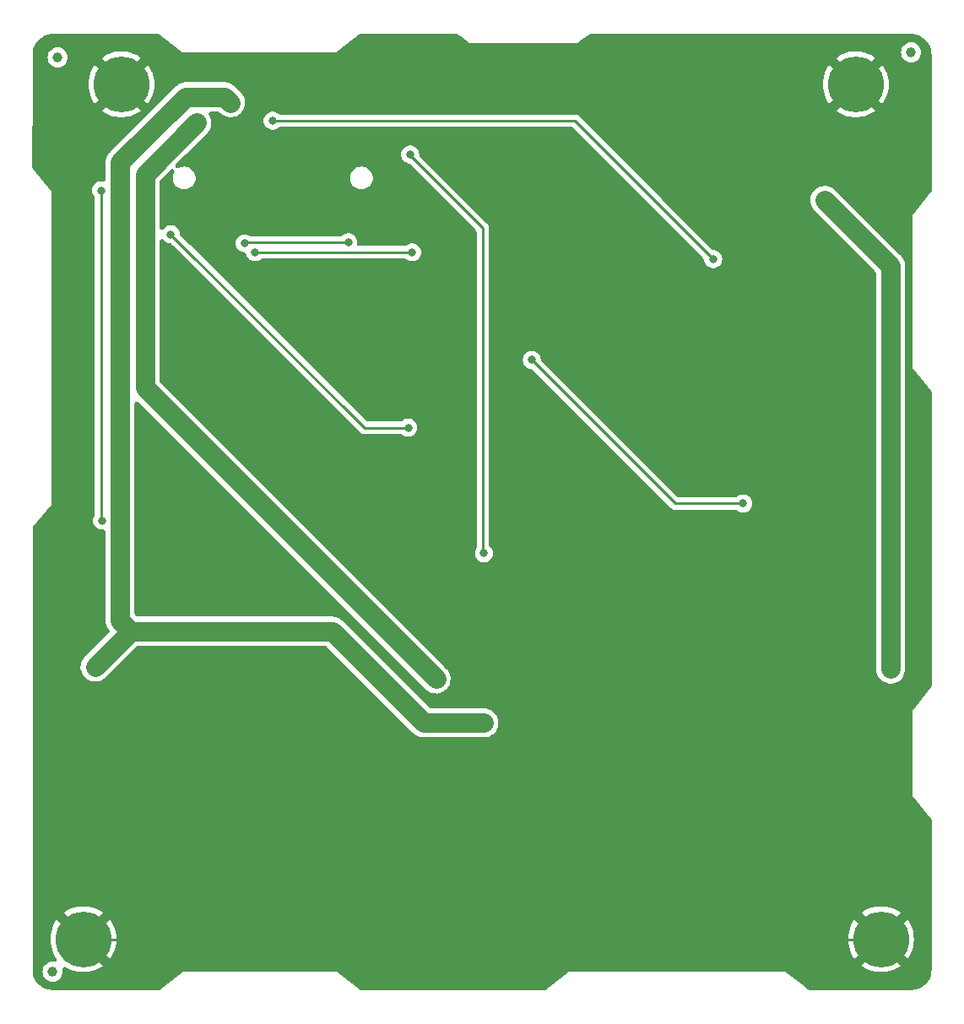
<source format=gbl>
%TF.GenerationSoftware,KiCad,Pcbnew,7.0.8*%
%TF.CreationDate,2024-04-09T22:44:40-07:00*%
%TF.ProjectId,MPPT_addon_board,4d505054-5f61-4646-946f-6e5f626f6172,rev?*%
%TF.SameCoordinates,Original*%
%TF.FileFunction,Copper,L2,Bot*%
%TF.FilePolarity,Positive*%
%FSLAX46Y46*%
G04 Gerber Fmt 4.6, Leading zero omitted, Abs format (unit mm)*
G04 Created by KiCad (PCBNEW 7.0.8) date 2024-04-09 22:44:40*
%MOMM*%
%LPD*%
G01*
G04 APERTURE LIST*
%TA.AperFunction,ComponentPad*%
%ADD10C,5.600000*%
%TD*%
%TA.AperFunction,SMDPad,CuDef*%
%ADD11C,1.000000*%
%TD*%
%TA.AperFunction,ViaPad*%
%ADD12C,0.800000*%
%TD*%
%TA.AperFunction,Conductor*%
%ADD13C,0.250000*%
%TD*%
%TA.AperFunction,Conductor*%
%ADD14C,1.905000*%
%TD*%
G04 APERTURE END LIST*
D10*
X107236100Y-57564100D03*
X103426100Y-143294100D03*
X183426100Y-143294100D03*
X180896100Y-57564100D03*
D11*
X186436000Y-54356000D03*
X100838000Y-54864000D03*
X100330000Y-146558000D03*
D12*
X159800000Y-127400000D03*
X159800000Y-118600000D03*
X159800000Y-125200000D03*
X115400000Y-123000000D03*
X130900000Y-97300000D03*
X158275000Y-81675000D03*
X127200000Y-129700000D03*
X168000000Y-118600000D03*
X127200000Y-118600000D03*
X163800000Y-132300000D03*
X121400000Y-118600000D03*
X171600000Y-118600000D03*
X119400000Y-132300000D03*
X159800000Y-123000000D03*
X159800000Y-132300000D03*
X115400000Y-129700000D03*
X159800000Y-120600000D03*
X115400000Y-127400000D03*
X123600000Y-118600000D03*
X171600000Y-125200000D03*
X171600000Y-129700000D03*
X128200000Y-95200000D03*
X127200000Y-127400000D03*
X119400000Y-118600000D03*
X117300000Y-118600000D03*
X171600000Y-81200000D03*
X125500000Y-132300000D03*
X115400000Y-118600000D03*
X161700000Y-132300000D03*
X171600000Y-127400000D03*
X169900000Y-132300000D03*
X159800000Y-129700000D03*
X115800000Y-81900000D03*
X115400000Y-120600000D03*
X165800000Y-132300000D03*
X161700000Y-118600000D03*
X115400000Y-125200000D03*
X127200000Y-125200000D03*
X165800000Y-118600000D03*
X123600000Y-132300000D03*
X115400000Y-132300000D03*
X171600000Y-120600000D03*
X169900000Y-118600000D03*
X127200000Y-132300000D03*
X129000000Y-81500000D03*
X163800000Y-118600000D03*
X125500000Y-118600000D03*
X127200000Y-120600000D03*
X115800000Y-85500000D03*
X127200000Y-123000000D03*
X168000000Y-132300000D03*
X171600000Y-132300000D03*
X121400000Y-132300000D03*
X117300000Y-132300000D03*
X171600000Y-123000000D03*
X129000000Y-85600000D03*
X120650000Y-74400000D03*
X136400000Y-74400000D03*
X122400000Y-61200000D03*
X166600000Y-75100000D03*
X130000000Y-73400000D03*
X119600000Y-73500500D03*
X136000000Y-92000000D03*
X112200000Y-72600000D03*
X105300000Y-101300000D03*
X105200000Y-68200000D03*
X143600000Y-121600000D03*
X118200000Y-59400000D03*
X104600000Y-116000000D03*
X184400000Y-116200000D03*
X177800000Y-69000000D03*
X148400000Y-85200000D03*
X169600000Y-99600000D03*
X143600000Y-104600000D03*
X136200000Y-64600000D03*
X138800000Y-117200000D03*
X114800000Y-61400000D03*
D13*
X105300000Y-101300000D02*
X105200000Y-101200000D01*
X105200000Y-101200000D02*
X105200000Y-68200000D01*
X103426100Y-143294100D02*
X183426100Y-143294100D01*
X158275000Y-81675000D02*
X158100000Y-81850000D01*
X120650000Y-74400000D02*
X136200000Y-74400000D01*
X136200000Y-74400000D02*
X136400000Y-74400000D01*
X152700000Y-61200000D02*
X166600000Y-75100000D01*
X122400000Y-61200000D02*
X152700000Y-61200000D01*
X119700500Y-73400000D02*
X130000000Y-73400000D01*
X119600000Y-73500500D02*
X119700500Y-73400000D01*
X112200000Y-72600000D02*
X131600000Y-92000000D01*
X131600000Y-92000000D02*
X136000000Y-92000000D01*
D14*
X107100000Y-111300000D02*
X107100000Y-65400000D01*
X137600000Y-121600000D02*
X128400000Y-112400000D01*
X143600000Y-121600000D02*
X137600000Y-121600000D01*
X128400000Y-112400000D02*
X108200000Y-112400000D01*
X107100000Y-65400000D02*
X113700000Y-58800000D01*
X117600000Y-58800000D02*
X118200000Y-59400000D01*
X108200000Y-112400000D02*
X107100000Y-111300000D01*
X104600000Y-116000000D02*
X108200000Y-112400000D01*
X113700000Y-58800000D02*
X117600000Y-58800000D01*
X184400000Y-75800000D02*
X177800000Y-69200000D01*
X184400000Y-116200000D02*
X184400000Y-75800000D01*
D13*
X177800000Y-69200000D02*
X177800000Y-69000000D01*
X169600000Y-99600000D02*
X162800000Y-99600000D01*
X162800000Y-99600000D02*
X148400000Y-85200000D01*
X143600000Y-104600000D02*
X143500000Y-104500000D01*
X136200000Y-64700000D02*
X136200000Y-64600000D01*
X143500000Y-104500000D02*
X143500000Y-72000000D01*
X143500000Y-72000000D02*
X136200000Y-64700000D01*
D14*
X109600000Y-88000000D02*
X109600000Y-66600000D01*
X109600000Y-88000000D02*
X138800000Y-117200000D01*
X114800000Y-61400000D02*
X109600000Y-66600000D01*
%TA.AperFunction,Conductor*%
G36*
X140840058Y-52507296D02*
G01*
X140935308Y-52526436D01*
X140982684Y-52552532D01*
X141299887Y-52775317D01*
X142179541Y-53393135D01*
X142180369Y-53393716D01*
X142192630Y-53404026D01*
X142198159Y-53406285D01*
X142198497Y-53406436D01*
X142198909Y-53406518D01*
X142204707Y-53407832D01*
X142220625Y-53406446D01*
X152971770Y-53406446D01*
X152987557Y-53407815D01*
X152993142Y-53406570D01*
X152993740Y-53406446D01*
X152993749Y-53406446D01*
X152993756Y-53406442D01*
X152993803Y-53406433D01*
X152993847Y-53406413D01*
X152993856Y-53406412D01*
X152993863Y-53406406D01*
X152994235Y-53406245D01*
X153000044Y-53403872D01*
X153012553Y-53393323D01*
X153160559Y-53289719D01*
X154199544Y-52562429D01*
X154288473Y-52523315D01*
X154342249Y-52517420D01*
X186489570Y-52507451D01*
X186497706Y-52507715D01*
X186577422Y-52512938D01*
X186755200Y-52525650D01*
X186770597Y-52527724D01*
X186883093Y-52550098D01*
X187023852Y-52580716D01*
X187037400Y-52584476D01*
X187153098Y-52623749D01*
X187282437Y-52671988D01*
X187293980Y-52676972D01*
X187406614Y-52732515D01*
X187526120Y-52797769D01*
X187535627Y-52803525D01*
X187638929Y-52872548D01*
X187644352Y-52876387D01*
X187695280Y-52914510D01*
X187750372Y-52955751D01*
X187757832Y-52961800D01*
X187851613Y-53044042D01*
X187857561Y-53049613D01*
X187950985Y-53143037D01*
X187956556Y-53148985D01*
X188038794Y-53242761D01*
X188044854Y-53250235D01*
X188124211Y-53356246D01*
X188128063Y-53361688D01*
X188197073Y-53464970D01*
X188202829Y-53474478D01*
X188268084Y-53593985D01*
X188323626Y-53706619D01*
X188328618Y-53718182D01*
X188376852Y-53847505D01*
X188416120Y-53963194D01*
X188419884Y-53976758D01*
X188450507Y-54117538D01*
X188472872Y-54229987D01*
X188474949Y-54245409D01*
X188487671Y-54423327D01*
X188492883Y-54502879D01*
X188493150Y-54511021D01*
X188493150Y-54609978D01*
X188493245Y-54610455D01*
X188505768Y-68205031D01*
X188486902Y-68300336D01*
X188450792Y-68361323D01*
X186630697Y-70624142D01*
X186626373Y-70628977D01*
X186625934Y-70629924D01*
X186625871Y-70630181D01*
X186626250Y-70637082D01*
X186626250Y-86066056D01*
X186625894Y-86072798D01*
X186626021Y-86073317D01*
X186626269Y-86073847D01*
X186630867Y-86078967D01*
X187750609Y-87471078D01*
X188450874Y-88341676D01*
X188495828Y-88427805D01*
X188505850Y-88497739D01*
X188505850Y-117887559D01*
X188486896Y-117982847D01*
X188450874Y-118043622D01*
X186630697Y-120306542D01*
X186626373Y-120311377D01*
X186625934Y-120312324D01*
X186625871Y-120312581D01*
X186626250Y-120319482D01*
X186626250Y-128992056D01*
X186625894Y-128998798D01*
X186626021Y-128999317D01*
X186626268Y-128999846D01*
X186630859Y-129004957D01*
X187694413Y-130327213D01*
X188450798Y-131267584D01*
X188495752Y-131353714D01*
X188505774Y-131423857D01*
X188493237Y-146288433D01*
X188493150Y-146288868D01*
X188493150Y-146387878D01*
X188492883Y-146396020D01*
X188487671Y-146475572D01*
X188474949Y-146653489D01*
X188472872Y-146668911D01*
X188450507Y-146781361D01*
X188419884Y-146922140D01*
X188416120Y-146935704D01*
X188376852Y-147051394D01*
X188328618Y-147180716D01*
X188323626Y-147192279D01*
X188268084Y-147304914D01*
X188202829Y-147424421D01*
X188197073Y-147433928D01*
X188128063Y-147537210D01*
X188124211Y-147542652D01*
X188044854Y-147648663D01*
X188038788Y-147656145D01*
X187956556Y-147749913D01*
X187950985Y-147755861D01*
X187857561Y-147849285D01*
X187851613Y-147854856D01*
X187757845Y-147937088D01*
X187750363Y-147943154D01*
X187644352Y-148022511D01*
X187638910Y-148026363D01*
X187535628Y-148095373D01*
X187526121Y-148101129D01*
X187406614Y-148166384D01*
X187293979Y-148221926D01*
X187282416Y-148226918D01*
X187153094Y-148275152D01*
X187037404Y-148314420D01*
X187023840Y-148318184D01*
X186883061Y-148348807D01*
X186770611Y-148371172D01*
X186755189Y-148373249D01*
X186577272Y-148385971D01*
X186497720Y-148391183D01*
X186489578Y-148391450D01*
X176274415Y-148391450D01*
X176179127Y-148372496D01*
X176119776Y-148337611D01*
X176060143Y-148290360D01*
X175821327Y-148101129D01*
X173837868Y-146529497D01*
X173832432Y-146524637D01*
X173831913Y-146524395D01*
X173831856Y-146524375D01*
X173830911Y-146524148D01*
X173823907Y-146524550D01*
X152106475Y-146524550D01*
X152099638Y-146524182D01*
X152099087Y-146524376D01*
X152098509Y-146524645D01*
X152093642Y-146528997D01*
X150506236Y-147805825D01*
X149830853Y-148349069D01*
X149830722Y-148349174D01*
X149744593Y-148394128D01*
X149674659Y-148404150D01*
X131291840Y-148404150D01*
X131196552Y-148385196D01*
X131135777Y-148349174D01*
X128873057Y-146529159D01*
X128867946Y-146524568D01*
X128867469Y-146524345D01*
X128866835Y-146524190D01*
X128860100Y-146524550D01*
X113431075Y-146524550D01*
X113424238Y-146524182D01*
X113423687Y-146524376D01*
X113423109Y-146524645D01*
X113418242Y-146528997D01*
X111155450Y-148349069D01*
X111069321Y-148394023D01*
X110999093Y-148404045D01*
X100327639Y-148391454D01*
X100319659Y-148391188D01*
X100240027Y-148385971D01*
X100062109Y-148373249D01*
X100046687Y-148371172D01*
X99934238Y-148348807D01*
X99793458Y-148318184D01*
X99779894Y-148314420D01*
X99664211Y-148275154D01*
X99640611Y-148266352D01*
X99534882Y-148226918D01*
X99523319Y-148221926D01*
X99410685Y-148166384D01*
X99291178Y-148101129D01*
X99281670Y-148095373D01*
X99178388Y-148026363D01*
X99172946Y-148022511D01*
X99066935Y-147943154D01*
X99059461Y-147937094D01*
X98965685Y-147854856D01*
X98959737Y-147849285D01*
X98866313Y-147755861D01*
X98860742Y-147749913D01*
X98829085Y-147713815D01*
X98778500Y-147656132D01*
X98772451Y-147648672D01*
X98694114Y-147544024D01*
X98693087Y-147542652D01*
X98689248Y-147537229D01*
X98640582Y-147464395D01*
X98620225Y-147433927D01*
X98614469Y-147424420D01*
X98549215Y-147304914D01*
X98493672Y-147192280D01*
X98488688Y-147180737D01*
X98440448Y-147051394D01*
X98401176Y-146935700D01*
X98397416Y-146922152D01*
X98366792Y-146781361D01*
X98344424Y-146668897D01*
X98342350Y-146653500D01*
X98335522Y-146558000D01*
X99324659Y-146558000D01*
X99343975Y-146754131D01*
X99401185Y-146942725D01*
X99401188Y-146942733D01*
X99494088Y-147116536D01*
X99546760Y-147180716D01*
X99619117Y-147268883D01*
X99663021Y-147304914D01*
X99771463Y-147393911D01*
X99945266Y-147486811D01*
X99945270Y-147486812D01*
X99945273Y-147486814D01*
X100133868Y-147544024D01*
X100330000Y-147563341D01*
X100526132Y-147544024D01*
X100714727Y-147486814D01*
X100888538Y-147393910D01*
X101040883Y-147268883D01*
X101165910Y-147116538D01*
X101258814Y-146942727D01*
X101316024Y-146754132D01*
X101335341Y-146558000D01*
X101316024Y-146361868D01*
X101316023Y-146361867D01*
X101314825Y-146349694D01*
X101316032Y-146349575D01*
X101316032Y-146264760D01*
X101353210Y-146175000D01*
X101421908Y-146106300D01*
X101511667Y-146069119D01*
X101608822Y-146069118D01*
X101688621Y-146099977D01*
X101878074Y-146213967D01*
X101878083Y-146213972D01*
X102202842Y-146364223D01*
X102541958Y-146478483D01*
X102541972Y-146478487D01*
X102891439Y-146555411D01*
X102891436Y-146555411D01*
X103247173Y-146594100D01*
X103605027Y-146594100D01*
X103960761Y-146555411D01*
X104310227Y-146478487D01*
X104310241Y-146478483D01*
X104649357Y-146364223D01*
X104974113Y-146213973D01*
X105280741Y-146029482D01*
X105379386Y-145954494D01*
X104150686Y-144725794D01*
X104154731Y-144724119D01*
X104369465Y-144592530D01*
X104560970Y-144428970D01*
X104724530Y-144237465D01*
X104856119Y-144022731D01*
X104857794Y-144018686D01*
X106087834Y-145248726D01*
X106257878Y-144997933D01*
X106257879Y-144997931D01*
X106425496Y-144681770D01*
X106425497Y-144681769D01*
X106557948Y-144349345D01*
X106653681Y-144004542D01*
X106653684Y-144004531D01*
X106711574Y-143651413D01*
X106730946Y-143294100D01*
X180121253Y-143294100D01*
X180140625Y-143651413D01*
X180198515Y-144004531D01*
X180198518Y-144004542D01*
X180294251Y-144349345D01*
X180426702Y-144681769D01*
X180426703Y-144681770D01*
X180594317Y-144997925D01*
X180764364Y-145248726D01*
X181994405Y-144018684D01*
X181996081Y-144022731D01*
X182127670Y-144237465D01*
X182291230Y-144428970D01*
X182482735Y-144592530D01*
X182697469Y-144724119D01*
X182701512Y-144725793D01*
X181472812Y-145954494D01*
X181571451Y-146029478D01*
X181878086Y-146213973D01*
X182202842Y-146364223D01*
X182541958Y-146478483D01*
X182541972Y-146478487D01*
X182891439Y-146555411D01*
X182891436Y-146555411D01*
X183247173Y-146594100D01*
X183605027Y-146594100D01*
X183960761Y-146555411D01*
X184310227Y-146478487D01*
X184310241Y-146478483D01*
X184649357Y-146364223D01*
X184974113Y-146213973D01*
X185280741Y-146029482D01*
X185379386Y-145954494D01*
X184150686Y-144725794D01*
X184154731Y-144724119D01*
X184369465Y-144592530D01*
X184560970Y-144428970D01*
X184724530Y-144237465D01*
X184856119Y-144022731D01*
X184857794Y-144018686D01*
X186087834Y-145248726D01*
X186257878Y-144997933D01*
X186257879Y-144997931D01*
X186425496Y-144681770D01*
X186425497Y-144681769D01*
X186557948Y-144349345D01*
X186653681Y-144004542D01*
X186653684Y-144004531D01*
X186711574Y-143651413D01*
X186730946Y-143294100D01*
X186711574Y-142936786D01*
X186653684Y-142583668D01*
X186653681Y-142583657D01*
X186557948Y-142238854D01*
X186425497Y-141906430D01*
X186425496Y-141906429D01*
X186257879Y-141590268D01*
X186257878Y-141590266D01*
X186087834Y-141339472D01*
X184857793Y-142569512D01*
X184856119Y-142565469D01*
X184724530Y-142350735D01*
X184560970Y-142159230D01*
X184369465Y-141995670D01*
X184154731Y-141864081D01*
X184150686Y-141862405D01*
X185379386Y-140633705D01*
X185280741Y-140558717D01*
X184974113Y-140374226D01*
X184649357Y-140223976D01*
X184310241Y-140109716D01*
X184310227Y-140109712D01*
X183960760Y-140032788D01*
X183960763Y-140032788D01*
X183605027Y-139994100D01*
X183247173Y-139994100D01*
X182891438Y-140032788D01*
X182541972Y-140109712D01*
X182541958Y-140109716D01*
X182202842Y-140223976D01*
X181878086Y-140374226D01*
X181571459Y-140558717D01*
X181472812Y-140633704D01*
X182701513Y-141862405D01*
X182697469Y-141864081D01*
X182482735Y-141995670D01*
X182291230Y-142159230D01*
X182127670Y-142350735D01*
X181996081Y-142565469D01*
X181994405Y-142569513D01*
X180764364Y-141339472D01*
X180594317Y-141590273D01*
X180426703Y-141906429D01*
X180426702Y-141906430D01*
X180294251Y-142238854D01*
X180198518Y-142583657D01*
X180198515Y-142583668D01*
X180140625Y-142936786D01*
X180121253Y-143294100D01*
X106730946Y-143294100D01*
X106711574Y-142936786D01*
X106653684Y-142583668D01*
X106653681Y-142583657D01*
X106557948Y-142238854D01*
X106425497Y-141906430D01*
X106425496Y-141906429D01*
X106257879Y-141590268D01*
X106257878Y-141590266D01*
X106087834Y-141339472D01*
X104857793Y-142569512D01*
X104856119Y-142565469D01*
X104724530Y-142350735D01*
X104560970Y-142159230D01*
X104369465Y-141995670D01*
X104154731Y-141864081D01*
X104150686Y-141862405D01*
X105379386Y-140633705D01*
X105280741Y-140558717D01*
X104974113Y-140374226D01*
X104649357Y-140223976D01*
X104310241Y-140109716D01*
X104310227Y-140109712D01*
X103960760Y-140032788D01*
X103960763Y-140032788D01*
X103605027Y-139994100D01*
X103247173Y-139994100D01*
X102891438Y-140032788D01*
X102541972Y-140109712D01*
X102541958Y-140109716D01*
X102202842Y-140223976D01*
X101878086Y-140374226D01*
X101571459Y-140558717D01*
X101472812Y-140633704D01*
X102701513Y-141862405D01*
X102697469Y-141864081D01*
X102482735Y-141995670D01*
X102291230Y-142159230D01*
X102127670Y-142350735D01*
X101996081Y-142565469D01*
X101994405Y-142569513D01*
X100764364Y-141339472D01*
X100594317Y-141590273D01*
X100426703Y-141906429D01*
X100426702Y-141906430D01*
X100294251Y-142238854D01*
X100198518Y-142583657D01*
X100198515Y-142583668D01*
X100140625Y-142936786D01*
X100121253Y-143294100D01*
X100140625Y-143651413D01*
X100198515Y-144004531D01*
X100198518Y-144004542D01*
X100294251Y-144349345D01*
X100426702Y-144681769D01*
X100426703Y-144681770D01*
X100594320Y-144997931D01*
X100594321Y-144997933D01*
X100718210Y-145180654D01*
X100755997Y-145270160D01*
X100756655Y-145367312D01*
X100720084Y-145457322D01*
X100651852Y-145526484D01*
X100562346Y-145564271D01*
X100487711Y-145568191D01*
X100330001Y-145552659D01*
X100330000Y-145552659D01*
X100133868Y-145571975D01*
X99945274Y-145629185D01*
X99945266Y-145629188D01*
X99771463Y-145722088D01*
X99619120Y-145847114D01*
X99619114Y-145847120D01*
X99494088Y-145999463D01*
X99401188Y-146173266D01*
X99401185Y-146173274D01*
X99343975Y-146361868D01*
X99324659Y-146558000D01*
X98335522Y-146558000D01*
X98329629Y-146475572D01*
X98324414Y-146395990D01*
X98324150Y-146387875D01*
X98326952Y-116060248D01*
X103143264Y-116060248D01*
X103173050Y-116299198D01*
X103241759Y-116529988D01*
X103347519Y-116746322D01*
X103347518Y-116746322D01*
X103487434Y-116942285D01*
X103487436Y-116942287D01*
X103487439Y-116942291D01*
X103657709Y-117112561D01*
X103657712Y-117112563D01*
X103657714Y-117112565D01*
X103853677Y-117252480D01*
X103853679Y-117252481D01*
X103853682Y-117252483D01*
X104070013Y-117358241D01*
X104300800Y-117426949D01*
X104539749Y-117456735D01*
X104780341Y-117446784D01*
X105016014Y-117397368D01*
X105036479Y-117389382D01*
X105240331Y-117309840D01*
X105240333Y-117309839D01*
X105240334Y-117309838D01*
X105240340Y-117309836D01*
X105447198Y-117186575D01*
X105584929Y-117069923D01*
X108728922Y-113925930D01*
X108809704Y-113871954D01*
X108904992Y-113853000D01*
X127695008Y-113853000D01*
X127790296Y-113871954D01*
X127871078Y-113925930D01*
X136503313Y-122558166D01*
X136513537Y-122569743D01*
X136527327Y-122587461D01*
X136527330Y-122587464D01*
X136593824Y-122648676D01*
X136615063Y-122669916D01*
X136615069Y-122669921D01*
X136615071Y-122669923D01*
X136638003Y-122689346D01*
X136704490Y-122750551D01*
X136723294Y-122762836D01*
X136735659Y-122772056D01*
X136752802Y-122786576D01*
X136830435Y-122832835D01*
X136906078Y-122882255D01*
X136926648Y-122891278D01*
X136940377Y-122898346D01*
X136959656Y-122909834D01*
X136959657Y-122909834D01*
X136959660Y-122909836D01*
X137043836Y-122942681D01*
X137126595Y-122978983D01*
X137148374Y-122984498D01*
X137163074Y-122989208D01*
X137183986Y-122997368D01*
X137272422Y-123015911D01*
X137360024Y-123038095D01*
X137382403Y-123039948D01*
X137397670Y-123042172D01*
X137419659Y-123046784D01*
X137479856Y-123049273D01*
X137509951Y-123050518D01*
X137533911Y-123052503D01*
X137539900Y-123053000D01*
X137569947Y-123053000D01*
X137660249Y-123056735D01*
X137660249Y-123056734D01*
X137660251Y-123056735D01*
X137673895Y-123055034D01*
X137682538Y-123053957D01*
X137697953Y-123053000D01*
X143660105Y-123053000D01*
X143772522Y-123043684D01*
X143839976Y-123038095D01*
X144073405Y-122978983D01*
X144293922Y-122882255D01*
X144440371Y-122786575D01*
X144495503Y-122750556D01*
X144495505Y-122750554D01*
X144495510Y-122750551D01*
X144672671Y-122587463D01*
X144820572Y-122397439D01*
X144888810Y-122271345D01*
X144935178Y-122185667D01*
X144935178Y-122185666D01*
X144935179Y-122185664D01*
X145013366Y-121957913D01*
X145053000Y-121720399D01*
X145053000Y-121479601D01*
X145013366Y-121242087D01*
X144935179Y-121014336D01*
X144935178Y-121014333D01*
X144935178Y-121014332D01*
X144820570Y-120802558D01*
X144672674Y-120612541D01*
X144672669Y-120612535D01*
X144495510Y-120449449D01*
X144495503Y-120449443D01*
X144293919Y-120317743D01*
X144179283Y-120267459D01*
X144073405Y-120221017D01*
X144073401Y-120221016D01*
X144073399Y-120221015D01*
X143839973Y-120161904D01*
X143660105Y-120147000D01*
X143660100Y-120147000D01*
X138304992Y-120147000D01*
X138209704Y-120128046D01*
X138128922Y-120074070D01*
X129496681Y-111441829D01*
X129486466Y-111430261D01*
X129472671Y-111412537D01*
X129406177Y-111351325D01*
X129384929Y-111330077D01*
X129384926Y-111330074D01*
X129361998Y-111310655D01*
X129295514Y-111249452D01*
X129295503Y-111249444D01*
X129276709Y-111237165D01*
X129264331Y-111227935D01*
X129247203Y-111213428D01*
X129247197Y-111213424D01*
X129169575Y-111167171D01*
X129093919Y-111117743D01*
X129073359Y-111108725D01*
X129059632Y-111101659D01*
X129040342Y-111090165D01*
X129040334Y-111090161D01*
X128956164Y-111057318D01*
X128873403Y-111021016D01*
X128851634Y-111015503D01*
X128836934Y-111010794D01*
X128816012Y-111002631D01*
X128727577Y-110984088D01*
X128639974Y-110961904D01*
X128621786Y-110960397D01*
X128617596Y-110960050D01*
X128602319Y-110957824D01*
X128580337Y-110953215D01*
X128490044Y-110949481D01*
X128460104Y-110947000D01*
X128460100Y-110947000D01*
X128430053Y-110947000D01*
X128339750Y-110943264D01*
X128317462Y-110946043D01*
X128302047Y-110947000D01*
X108904992Y-110947000D01*
X108809704Y-110928046D01*
X108728922Y-110874070D01*
X108625930Y-110771078D01*
X108571954Y-110690296D01*
X108553000Y-110595008D01*
X108553000Y-89608991D01*
X108571954Y-89513703D01*
X108625930Y-89432921D01*
X108706712Y-89378945D01*
X108802000Y-89359991D01*
X108897288Y-89378945D01*
X108978066Y-89432918D01*
X137815071Y-118269923D01*
X137906891Y-118347691D01*
X137952803Y-118386576D01*
X138038163Y-118437439D01*
X138159660Y-118509836D01*
X138159662Y-118509837D01*
X138159666Y-118509839D01*
X138159668Y-118509840D01*
X138383980Y-118597366D01*
X138383983Y-118597367D01*
X138383986Y-118597368D01*
X138383988Y-118597368D01*
X138383990Y-118597369D01*
X138522622Y-118626437D01*
X138619659Y-118646784D01*
X138794635Y-118654021D01*
X138860248Y-118656735D01*
X138860248Y-118656734D01*
X138860251Y-118656735D01*
X139099200Y-118626949D01*
X139329987Y-118558241D01*
X139546318Y-118452483D01*
X139742291Y-118312561D01*
X139912561Y-118142291D01*
X140052483Y-117946318D01*
X140158241Y-117729987D01*
X140226949Y-117499200D01*
X140256735Y-117260251D01*
X140246784Y-117019659D01*
X140197368Y-116783986D01*
X140182670Y-116746318D01*
X140109840Y-116559668D01*
X140109839Y-116559666D01*
X140109837Y-116559662D01*
X140109836Y-116559660D01*
X139986575Y-116352802D01*
X139869923Y-116215071D01*
X111125930Y-87471078D01*
X111071954Y-87390296D01*
X111053000Y-87295008D01*
X111053000Y-73320570D01*
X111071954Y-73225282D01*
X111125930Y-73144500D01*
X111206712Y-73090524D01*
X111302000Y-73071570D01*
X111397288Y-73090524D01*
X111478070Y-73144500D01*
X111487037Y-73153951D01*
X111594129Y-73272888D01*
X111648298Y-73312244D01*
X111747271Y-73384152D01*
X111920189Y-73461141D01*
X111920192Y-73461142D01*
X111920197Y-73461144D01*
X112105354Y-73500500D01*
X112112770Y-73500500D01*
X112208058Y-73519454D01*
X112288840Y-73573430D01*
X131095348Y-92379940D01*
X131103245Y-92388619D01*
X131114213Y-92401876D01*
X131114214Y-92401877D01*
X131164635Y-92449226D01*
X131185529Y-92470120D01*
X131188674Y-92472559D01*
X131197592Y-92480176D01*
X131229414Y-92510059D01*
X131229415Y-92510059D01*
X131229418Y-92510062D01*
X131238358Y-92514976D01*
X131271008Y-92536424D01*
X131279064Y-92542673D01*
X131279065Y-92542673D01*
X131279066Y-92542674D01*
X131319114Y-92560004D01*
X131329655Y-92565167D01*
X131367908Y-92586197D01*
X131377788Y-92588733D01*
X131414744Y-92601386D01*
X131424104Y-92605437D01*
X131467208Y-92612264D01*
X131478694Y-92614642D01*
X131520981Y-92625500D01*
X131531179Y-92625500D01*
X131570130Y-92628565D01*
X131580196Y-92630160D01*
X131613918Y-92626972D01*
X131623646Y-92626053D01*
X131635368Y-92625500D01*
X135248000Y-92625500D01*
X135343288Y-92644454D01*
X135394358Y-92673055D01*
X135547268Y-92784150D01*
X135547269Y-92784151D01*
X135720189Y-92861141D01*
X135720192Y-92861142D01*
X135720197Y-92861144D01*
X135905354Y-92900500D01*
X136094645Y-92900500D01*
X136094646Y-92900500D01*
X136279803Y-92861144D01*
X136452730Y-92784151D01*
X136605871Y-92672888D01*
X136732533Y-92532216D01*
X136827179Y-92368284D01*
X136885674Y-92188256D01*
X136905460Y-92000000D01*
X136885674Y-91811744D01*
X136827179Y-91631716D01*
X136732533Y-91467784D01*
X136732531Y-91467781D01*
X136732530Y-91467780D01*
X136605873Y-91327114D01*
X136605872Y-91327113D01*
X136605871Y-91327112D01*
X136529300Y-91271480D01*
X136452728Y-91215847D01*
X136279810Y-91138858D01*
X136279796Y-91138854D01*
X136094646Y-91099500D01*
X135905354Y-91099500D01*
X135720203Y-91138854D01*
X135720189Y-91138858D01*
X135547269Y-91215848D01*
X135547268Y-91215849D01*
X135394358Y-91326945D01*
X135306128Y-91367620D01*
X135248000Y-91374500D01*
X131962230Y-91374500D01*
X131866942Y-91355546D01*
X131786160Y-91301570D01*
X113985091Y-73500500D01*
X118694540Y-73500500D01*
X118714325Y-73688755D01*
X118739951Y-73767620D01*
X118772821Y-73868784D01*
X118866890Y-74031716D01*
X118867469Y-74032719D01*
X118994126Y-74173385D01*
X118994129Y-74173388D01*
X119084241Y-74238858D01*
X119147271Y-74284652D01*
X119320189Y-74361641D01*
X119320192Y-74361642D01*
X119320197Y-74361644D01*
X119505354Y-74401000D01*
X119522887Y-74401000D01*
X119618175Y-74419954D01*
X119698957Y-74473930D01*
X119752933Y-74554712D01*
X119759566Y-74576079D01*
X119760293Y-74575844D01*
X119764326Y-74588255D01*
X119764326Y-74588256D01*
X119822821Y-74768284D01*
X119916050Y-74929761D01*
X119917469Y-74932219D01*
X120044126Y-75072885D01*
X120044129Y-75072888D01*
X120158984Y-75156335D01*
X120197271Y-75184152D01*
X120370189Y-75261141D01*
X120370192Y-75261142D01*
X120370197Y-75261144D01*
X120555354Y-75300500D01*
X120744645Y-75300500D01*
X120744646Y-75300500D01*
X120929803Y-75261144D01*
X121102730Y-75184151D01*
X121210189Y-75106078D01*
X121255642Y-75073055D01*
X121343872Y-75032380D01*
X121402000Y-75025500D01*
X135648000Y-75025500D01*
X135743288Y-75044454D01*
X135794358Y-75073055D01*
X135947268Y-75184150D01*
X135947269Y-75184151D01*
X136120189Y-75261141D01*
X136120192Y-75261142D01*
X136120197Y-75261144D01*
X136305354Y-75300500D01*
X136494645Y-75300500D01*
X136494646Y-75300500D01*
X136679803Y-75261144D01*
X136852730Y-75184151D01*
X137005871Y-75072888D01*
X137132533Y-74932216D01*
X137227179Y-74768284D01*
X137285674Y-74588256D01*
X137305460Y-74400000D01*
X137285674Y-74211744D01*
X137227179Y-74031716D01*
X137132533Y-73867784D01*
X137132531Y-73867781D01*
X137132530Y-73867780D01*
X137005873Y-73727114D01*
X137005872Y-73727113D01*
X137005871Y-73727112D01*
X136929300Y-73671480D01*
X136852728Y-73615847D01*
X136679810Y-73538858D01*
X136679796Y-73538854D01*
X136494646Y-73499500D01*
X136305354Y-73499500D01*
X136120203Y-73538854D01*
X136120189Y-73538858D01*
X135947269Y-73615848D01*
X135947268Y-73615849D01*
X135794358Y-73726945D01*
X135706128Y-73767620D01*
X135648000Y-73774500D01*
X131142641Y-73774500D01*
X131047353Y-73755546D01*
X130966571Y-73701570D01*
X130912595Y-73620788D01*
X130893641Y-73525500D01*
X130895005Y-73499473D01*
X130905460Y-73400000D01*
X130885674Y-73211744D01*
X130827179Y-73031716D01*
X130732533Y-72867784D01*
X130732531Y-72867781D01*
X130732530Y-72867780D01*
X130605873Y-72727114D01*
X130605872Y-72727113D01*
X130605871Y-72727112D01*
X130529300Y-72671480D01*
X130452728Y-72615847D01*
X130279810Y-72538858D01*
X130279796Y-72538854D01*
X130094646Y-72499500D01*
X129905354Y-72499500D01*
X129720203Y-72538854D01*
X129720189Y-72538858D01*
X129547269Y-72615848D01*
X129547268Y-72615849D01*
X129394358Y-72726945D01*
X129306128Y-72767620D01*
X129248000Y-72774500D01*
X120213672Y-72774500D01*
X120118384Y-72755546D01*
X120067314Y-72726945D01*
X120052729Y-72716348D01*
X119983822Y-72685669D01*
X119879803Y-72639356D01*
X119879798Y-72639355D01*
X119879796Y-72639354D01*
X119694646Y-72600000D01*
X119505354Y-72600000D01*
X119320203Y-72639354D01*
X119320189Y-72639358D01*
X119147271Y-72716347D01*
X118994126Y-72827614D01*
X118867469Y-72968280D01*
X118772822Y-73132214D01*
X118714325Y-73312244D01*
X118694540Y-73500500D01*
X113985091Y-73500500D01*
X113170260Y-72685669D01*
X113116284Y-72604887D01*
X113098694Y-72535626D01*
X113094897Y-72499500D01*
X113085674Y-72411744D01*
X113027179Y-72231716D01*
X112932533Y-72067784D01*
X112932531Y-72067781D01*
X112932530Y-72067780D01*
X112805873Y-71927114D01*
X112805872Y-71927113D01*
X112805871Y-71927112D01*
X112690387Y-71843208D01*
X112652728Y-71815847D01*
X112479810Y-71738858D01*
X112479796Y-71738854D01*
X112294646Y-71699500D01*
X112105354Y-71699500D01*
X111920203Y-71738854D01*
X111920189Y-71738858D01*
X111747271Y-71815847D01*
X111594126Y-71927114D01*
X111487042Y-72046043D01*
X111409196Y-72104173D01*
X111315031Y-72128088D01*
X111218881Y-72114146D01*
X111135386Y-72064471D01*
X111077256Y-71986625D01*
X111053341Y-71892460D01*
X111053000Y-71879429D01*
X111053000Y-67304992D01*
X111071954Y-67209704D01*
X111125930Y-67128922D01*
X111618302Y-66636550D01*
X112134030Y-66120821D01*
X112214809Y-66066848D01*
X112310097Y-66047894D01*
X112405385Y-66066848D01*
X112486167Y-66120824D01*
X112540143Y-66201606D01*
X112559097Y-66296894D01*
X112540143Y-66392182D01*
X112521805Y-66427970D01*
X112514692Y-66439457D01*
X112514691Y-66439460D01*
X112438337Y-66636551D01*
X112438337Y-66636553D01*
X112399500Y-66844314D01*
X112399500Y-67055685D01*
X112438337Y-67263446D01*
X112438337Y-67263448D01*
X112438338Y-67263450D01*
X112514692Y-67460542D01*
X112514694Y-67460546D01*
X112514695Y-67460547D01*
X112625962Y-67640250D01*
X112768356Y-67796449D01*
X112937026Y-67923823D01*
X112937029Y-67923824D01*
X112937032Y-67923827D01*
X112937037Y-67923829D01*
X112937038Y-67923830D01*
X113126233Y-68018038D01*
X113126233Y-68018039D01*
X113126237Y-68018040D01*
X113126239Y-68018041D01*
X113329536Y-68075884D01*
X113487271Y-68090500D01*
X113487274Y-68090500D01*
X113592726Y-68090500D01*
X113592729Y-68090500D01*
X113750464Y-68075884D01*
X113953761Y-68018041D01*
X113953763Y-68018039D01*
X113953766Y-68018039D01*
X113953766Y-68018038D01*
X114142968Y-67923827D01*
X114311642Y-67796450D01*
X114454038Y-67640249D01*
X114565308Y-67460542D01*
X114641662Y-67263450D01*
X114667554Y-67124938D01*
X114680500Y-67055685D01*
X130179500Y-67055685D01*
X130218337Y-67263446D01*
X130218337Y-67263448D01*
X130218338Y-67263450D01*
X130294692Y-67460542D01*
X130294694Y-67460546D01*
X130294695Y-67460547D01*
X130405962Y-67640250D01*
X130548356Y-67796449D01*
X130717026Y-67923823D01*
X130717029Y-67923824D01*
X130717032Y-67923827D01*
X130717037Y-67923829D01*
X130717038Y-67923830D01*
X130906233Y-68018038D01*
X130906233Y-68018039D01*
X130906237Y-68018040D01*
X130906239Y-68018041D01*
X131109536Y-68075884D01*
X131267271Y-68090500D01*
X131267274Y-68090500D01*
X131372726Y-68090500D01*
X131372729Y-68090500D01*
X131530464Y-68075884D01*
X131733761Y-68018041D01*
X131733763Y-68018039D01*
X131733766Y-68018039D01*
X131733766Y-68018038D01*
X131922968Y-67923827D01*
X132091642Y-67796450D01*
X132234038Y-67640249D01*
X132345308Y-67460542D01*
X132421662Y-67263450D01*
X132447554Y-67124938D01*
X132460500Y-67055685D01*
X132460500Y-66844314D01*
X132441081Y-66740433D01*
X132421662Y-66636550D01*
X132345308Y-66439458D01*
X132234038Y-66259751D01*
X132234037Y-66259749D01*
X132091643Y-66103550D01*
X131922973Y-65976176D01*
X131922961Y-65976169D01*
X131733766Y-65881961D01*
X131733766Y-65881960D01*
X131530460Y-65824115D01*
X131372737Y-65809500D01*
X131372729Y-65809500D01*
X131267271Y-65809500D01*
X131267262Y-65809500D01*
X131109540Y-65824115D01*
X131109538Y-65824115D01*
X130906233Y-65881960D01*
X130906233Y-65881961D01*
X130717038Y-65976169D01*
X130717026Y-65976176D01*
X130548356Y-66103550D01*
X130405962Y-66259749D01*
X130294695Y-66439452D01*
X130294691Y-66439460D01*
X130218337Y-66636551D01*
X130218337Y-66636553D01*
X130179500Y-66844314D01*
X130179500Y-67055685D01*
X114680500Y-67055685D01*
X114680500Y-66844314D01*
X114661081Y-66740433D01*
X114641662Y-66636550D01*
X114565308Y-66439458D01*
X114454038Y-66259751D01*
X114454037Y-66259749D01*
X114311643Y-66103550D01*
X114142973Y-65976176D01*
X114142961Y-65976169D01*
X113953766Y-65881961D01*
X113953766Y-65881960D01*
X113750460Y-65824115D01*
X113592737Y-65809500D01*
X113592729Y-65809500D01*
X113487271Y-65809500D01*
X113487262Y-65809500D01*
X113329540Y-65824115D01*
X113329538Y-65824115D01*
X113126238Y-65881959D01*
X112992147Y-65948729D01*
X112898400Y-65974235D01*
X112802028Y-65961925D01*
X112717703Y-65913672D01*
X112658262Y-65836822D01*
X112632756Y-65743075D01*
X112645066Y-65646703D01*
X112693319Y-65562378D01*
X112705069Y-65549783D01*
X113654852Y-64600000D01*
X135294540Y-64600000D01*
X135314325Y-64788255D01*
X135332385Y-64843836D01*
X135372821Y-64968284D01*
X135381887Y-64983986D01*
X135467469Y-65132219D01*
X135492507Y-65160026D01*
X135594129Y-65272888D01*
X135708984Y-65356335D01*
X135747271Y-65384152D01*
X135920189Y-65461141D01*
X135920192Y-65461142D01*
X135920197Y-65461144D01*
X136046612Y-65488014D01*
X136135877Y-65526365D01*
X136170913Y-65555503D01*
X142801570Y-72186160D01*
X142855546Y-72266942D01*
X142874500Y-72362230D01*
X142874500Y-103988882D01*
X142855546Y-104084170D01*
X142841141Y-104113381D01*
X142772823Y-104231712D01*
X142772821Y-104231716D01*
X142748729Y-104305862D01*
X142714325Y-104411744D01*
X142694540Y-104600000D01*
X142714325Y-104788255D01*
X142743573Y-104878270D01*
X142772821Y-104968284D01*
X142772822Y-104968285D01*
X142867469Y-105132219D01*
X142994126Y-105272885D01*
X142994129Y-105272888D01*
X143108984Y-105356335D01*
X143147271Y-105384152D01*
X143320189Y-105461141D01*
X143320192Y-105461142D01*
X143320197Y-105461144D01*
X143505354Y-105500500D01*
X143694645Y-105500500D01*
X143694646Y-105500500D01*
X143879803Y-105461144D01*
X144052730Y-105384151D01*
X144205871Y-105272888D01*
X144332533Y-105132216D01*
X144427179Y-104968284D01*
X144485674Y-104788256D01*
X144505460Y-104600000D01*
X144485674Y-104411744D01*
X144427179Y-104231716D01*
X144332533Y-104067784D01*
X144332531Y-104067781D01*
X144332530Y-104067780D01*
X144197140Y-103917415D01*
X144198424Y-103916258D01*
X144149748Y-103851063D01*
X144125840Y-103756895D01*
X144125500Y-103743883D01*
X144125500Y-85200000D01*
X147494540Y-85200000D01*
X147514325Y-85388255D01*
X147543573Y-85478270D01*
X147572821Y-85568284D01*
X147572822Y-85568285D01*
X147667469Y-85732219D01*
X147794126Y-85872885D01*
X147794129Y-85872888D01*
X147908984Y-85956335D01*
X147947271Y-85984152D01*
X148120189Y-86061141D01*
X148120192Y-86061142D01*
X148120197Y-86061144D01*
X148305354Y-86100500D01*
X148312770Y-86100500D01*
X148408058Y-86119454D01*
X148488840Y-86173430D01*
X162295348Y-99979940D01*
X162303245Y-99988619D01*
X162314213Y-100001876D01*
X162314214Y-100001877D01*
X162364635Y-100049226D01*
X162385529Y-100070120D01*
X162388674Y-100072559D01*
X162397592Y-100080176D01*
X162429414Y-100110059D01*
X162429415Y-100110059D01*
X162429418Y-100110062D01*
X162438358Y-100114976D01*
X162471008Y-100136424D01*
X162479064Y-100142673D01*
X162479065Y-100142673D01*
X162479066Y-100142674D01*
X162519114Y-100160004D01*
X162529655Y-100165167D01*
X162567908Y-100186197D01*
X162577788Y-100188733D01*
X162614744Y-100201386D01*
X162624104Y-100205437D01*
X162667208Y-100212264D01*
X162678694Y-100214642D01*
X162720981Y-100225500D01*
X162731179Y-100225500D01*
X162770130Y-100228565D01*
X162780196Y-100230160D01*
X162813918Y-100226972D01*
X162823646Y-100226053D01*
X162835368Y-100225500D01*
X168848000Y-100225500D01*
X168943288Y-100244454D01*
X168994358Y-100273055D01*
X169147268Y-100384150D01*
X169147269Y-100384151D01*
X169320189Y-100461141D01*
X169320192Y-100461142D01*
X169320197Y-100461144D01*
X169505354Y-100500500D01*
X169694645Y-100500500D01*
X169694646Y-100500500D01*
X169879803Y-100461144D01*
X170052730Y-100384151D01*
X170205871Y-100272888D01*
X170332533Y-100132216D01*
X170427179Y-99968284D01*
X170485674Y-99788256D01*
X170505460Y-99600000D01*
X170485674Y-99411744D01*
X170427179Y-99231716D01*
X170332533Y-99067784D01*
X170332531Y-99067781D01*
X170332530Y-99067780D01*
X170205873Y-98927114D01*
X170205872Y-98927113D01*
X170205871Y-98927112D01*
X170129300Y-98871480D01*
X170052728Y-98815847D01*
X169879810Y-98738858D01*
X169879796Y-98738854D01*
X169694646Y-98699500D01*
X169505354Y-98699500D01*
X169320203Y-98738854D01*
X169320189Y-98738858D01*
X169147269Y-98815848D01*
X169147268Y-98815849D01*
X168994358Y-98926945D01*
X168906128Y-98967620D01*
X168848000Y-98974500D01*
X163162231Y-98974500D01*
X163066943Y-98955546D01*
X162986161Y-98901570D01*
X149370260Y-85285669D01*
X149316284Y-85204887D01*
X149298694Y-85135626D01*
X149285674Y-85011744D01*
X149227179Y-84831716D01*
X149132533Y-84667784D01*
X149132531Y-84667781D01*
X149132530Y-84667780D01*
X149005873Y-84527114D01*
X149005872Y-84527113D01*
X149005871Y-84527112D01*
X148929300Y-84471480D01*
X148852728Y-84415847D01*
X148679810Y-84338858D01*
X148679796Y-84338854D01*
X148494646Y-84299500D01*
X148305354Y-84299500D01*
X148120203Y-84338854D01*
X148120189Y-84338858D01*
X147947271Y-84415847D01*
X147794126Y-84527114D01*
X147667469Y-84667780D01*
X147572822Y-84831714D01*
X147514325Y-85011744D01*
X147494540Y-85200000D01*
X144125500Y-85200000D01*
X144125500Y-72088189D01*
X144126053Y-72076464D01*
X144127670Y-72059344D01*
X144127673Y-72059333D01*
X144125500Y-71990185D01*
X144125500Y-71960650D01*
X144124999Y-71956692D01*
X144124080Y-71945034D01*
X144122709Y-71901373D01*
X144119867Y-71891591D01*
X144111941Y-71853318D01*
X144110664Y-71843208D01*
X144094583Y-71802594D01*
X144090798Y-71791536D01*
X144078618Y-71749610D01*
X144073425Y-71740829D01*
X144056239Y-71705748D01*
X144052486Y-71696268D01*
X144026823Y-71660947D01*
X144020385Y-71651144D01*
X143998172Y-71613583D01*
X143998171Y-71613582D01*
X143998170Y-71613580D01*
X143990954Y-71606364D01*
X143965584Y-71576658D01*
X143959594Y-71568413D01*
X143925958Y-71540587D01*
X143917289Y-71532698D01*
X137177944Y-64793353D01*
X137123968Y-64712571D01*
X137105014Y-64617283D01*
X137105460Y-64608795D01*
X137105460Y-64600000D01*
X137085674Y-64411744D01*
X137079851Y-64393822D01*
X137027179Y-64231716D01*
X136932533Y-64067784D01*
X136932531Y-64067781D01*
X136932530Y-64067780D01*
X136805873Y-63927114D01*
X136805872Y-63927113D01*
X136805871Y-63927112D01*
X136729300Y-63871480D01*
X136652728Y-63815847D01*
X136479810Y-63738858D01*
X136479796Y-63738854D01*
X136294646Y-63699500D01*
X136105354Y-63699500D01*
X135920203Y-63738854D01*
X135920189Y-63738858D01*
X135747271Y-63815847D01*
X135594126Y-63927114D01*
X135467469Y-64067780D01*
X135372822Y-64231714D01*
X135314325Y-64411744D01*
X135294540Y-64600000D01*
X113654852Y-64600000D01*
X115869924Y-62384929D01*
X115986576Y-62247198D01*
X116109836Y-62040340D01*
X116197368Y-61816014D01*
X116246784Y-61580341D01*
X116256735Y-61339749D01*
X116239315Y-61200000D01*
X121494540Y-61200000D01*
X121514325Y-61388255D01*
X121543573Y-61478270D01*
X121572821Y-61568284D01*
X121579787Y-61580349D01*
X121667469Y-61732219D01*
X121794126Y-61872885D01*
X121794129Y-61872888D01*
X121829285Y-61898430D01*
X121947271Y-61984152D01*
X122120189Y-62061141D01*
X122120192Y-62061142D01*
X122120197Y-62061144D01*
X122305354Y-62100500D01*
X122494645Y-62100500D01*
X122494646Y-62100500D01*
X122679803Y-62061144D01*
X122726543Y-62040334D01*
X122852730Y-61984151D01*
X122852731Y-61984150D01*
X123005642Y-61873055D01*
X123093872Y-61832380D01*
X123152000Y-61825500D01*
X152337770Y-61825500D01*
X152433058Y-61844454D01*
X152513840Y-61898430D01*
X165629739Y-75014329D01*
X165683715Y-75095111D01*
X165701305Y-75164371D01*
X165714326Y-75288255D01*
X165714326Y-75288256D01*
X165772821Y-75468284D01*
X165860220Y-75619664D01*
X165867469Y-75632219D01*
X165964426Y-75739900D01*
X165994129Y-75772888D01*
X166108984Y-75856335D01*
X166147271Y-75884152D01*
X166320189Y-75961141D01*
X166320192Y-75961142D01*
X166320197Y-75961144D01*
X166505354Y-76000500D01*
X166694645Y-76000500D01*
X166694646Y-76000500D01*
X166879803Y-75961144D01*
X167052730Y-75884151D01*
X167205871Y-75772888D01*
X167332533Y-75632216D01*
X167427179Y-75468284D01*
X167485674Y-75288256D01*
X167505460Y-75100000D01*
X167485674Y-74911744D01*
X167427179Y-74731716D01*
X167332533Y-74567784D01*
X167332531Y-74567781D01*
X167332530Y-74567780D01*
X167205873Y-74427114D01*
X167205872Y-74427113D01*
X167205871Y-74427112D01*
X167115758Y-74361641D01*
X167052728Y-74315847D01*
X166879810Y-74238858D01*
X166879796Y-74238854D01*
X166694646Y-74199500D01*
X166687231Y-74199500D01*
X166591943Y-74180546D01*
X166511161Y-74126570D01*
X161524340Y-69139749D01*
X176343265Y-69139749D01*
X176353215Y-69380332D01*
X176353217Y-69380349D01*
X176402630Y-69616009D01*
X176402633Y-69616019D01*
X176490159Y-69840331D01*
X176490160Y-69840333D01*
X176613423Y-70047195D01*
X176613423Y-70047196D01*
X176613425Y-70047198D01*
X176730077Y-70184929D01*
X182874072Y-76328924D01*
X182928046Y-76409703D01*
X182947000Y-76504991D01*
X182947000Y-116260105D01*
X182961904Y-116439973D01*
X182984698Y-116529987D01*
X183021017Y-116673405D01*
X183067459Y-116779283D01*
X183117743Y-116893919D01*
X183249443Y-117095503D01*
X183249449Y-117095510D01*
X183412535Y-117272669D01*
X183412541Y-117272674D01*
X183572749Y-117397369D01*
X183602561Y-117420572D01*
X183654290Y-117448566D01*
X183814332Y-117535178D01*
X183863003Y-117551886D01*
X184042087Y-117613366D01*
X184279601Y-117653000D01*
X184520399Y-117653000D01*
X184757913Y-117613366D01*
X184985664Y-117535179D01*
X184985666Y-117535178D01*
X184985667Y-117535178D01*
X185071345Y-117488810D01*
X185197439Y-117420572D01*
X185387463Y-117272671D01*
X185550551Y-117095510D01*
X185682255Y-116893922D01*
X185778983Y-116673405D01*
X185838095Y-116439976D01*
X185845318Y-116352803D01*
X185853000Y-116260105D01*
X185853000Y-75897952D01*
X185853957Y-75882537D01*
X185856735Y-75860248D01*
X185853000Y-75769947D01*
X185853000Y-75739901D01*
X185850518Y-75709951D01*
X185846784Y-75619664D01*
X185846784Y-75619659D01*
X185842175Y-75597679D01*
X185839948Y-75582397D01*
X185838095Y-75560024D01*
X185815915Y-75472437D01*
X185797369Y-75383986D01*
X185789201Y-75363056D01*
X185784494Y-75348361D01*
X185778983Y-75326595D01*
X185762165Y-75288255D01*
X185742685Y-75243844D01*
X185719393Y-75184152D01*
X185709836Y-75159660D01*
X185698340Y-75140368D01*
X185691281Y-75126655D01*
X185682255Y-75106078D01*
X185660569Y-75072885D01*
X185632835Y-75030434D01*
X185586579Y-74952806D01*
X185572062Y-74935666D01*
X185562827Y-74923281D01*
X185550555Y-74904495D01*
X185550552Y-74904492D01*
X185550551Y-74904490D01*
X185489356Y-74838015D01*
X185469924Y-74815071D01*
X185448663Y-74793810D01*
X185391500Y-74731714D01*
X185387470Y-74727336D01*
X185387467Y-74727334D01*
X185387463Y-74727329D01*
X185369746Y-74713539D01*
X185358171Y-74703317D01*
X178784931Y-68130079D01*
X178647196Y-68013423D01*
X178440333Y-67890160D01*
X178440331Y-67890159D01*
X178216019Y-67802633D01*
X178216009Y-67802630D01*
X177980349Y-67753217D01*
X177980332Y-67753215D01*
X177739751Y-67743264D01*
X177500801Y-67773050D01*
X177270011Y-67841759D01*
X177053677Y-67947519D01*
X176857714Y-68087434D01*
X176687434Y-68257714D01*
X176547519Y-68453677D01*
X176441759Y-68670011D01*
X176373050Y-68900801D01*
X176343265Y-69139749D01*
X161524340Y-69139749D01*
X153204644Y-60820052D01*
X153196744Y-60811370D01*
X153185788Y-60798125D01*
X153143316Y-60758241D01*
X153135364Y-60750773D01*
X153114471Y-60729880D01*
X153114464Y-60729873D01*
X153111309Y-60727426D01*
X153102395Y-60719812D01*
X153070584Y-60689940D01*
X153070579Y-60689936D01*
X153061644Y-60685024D01*
X153028988Y-60663573D01*
X153020938Y-60657328D01*
X153020932Y-60657325D01*
X152980870Y-60639988D01*
X152970336Y-60634827D01*
X152932091Y-60613802D01*
X152922214Y-60611266D01*
X152885256Y-60598612D01*
X152875900Y-60594563D01*
X152875891Y-60594560D01*
X152832779Y-60587732D01*
X152821293Y-60585353D01*
X152791191Y-60577625D01*
X152779019Y-60574500D01*
X152779018Y-60574500D01*
X152768824Y-60574500D01*
X152729876Y-60571435D01*
X152719804Y-60569840D01*
X152676354Y-60573947D01*
X152664632Y-60574500D01*
X123152000Y-60574500D01*
X123056712Y-60555546D01*
X123005642Y-60526945D01*
X122852731Y-60415849D01*
X122852730Y-60415848D01*
X122679810Y-60338858D01*
X122679796Y-60338854D01*
X122494646Y-60299500D01*
X122305354Y-60299500D01*
X122120203Y-60338854D01*
X122120189Y-60338858D01*
X121947271Y-60415847D01*
X121794126Y-60527114D01*
X121667469Y-60667780D01*
X121620873Y-60748487D01*
X121572821Y-60831716D01*
X121560377Y-60870015D01*
X121514325Y-61011744D01*
X121494540Y-61200000D01*
X116239315Y-61200000D01*
X116226950Y-61100799D01*
X116158241Y-60870013D01*
X116052484Y-60653682D01*
X116052482Y-60653679D01*
X116052481Y-60653677D01*
X116047494Y-60646692D01*
X116007548Y-60558129D01*
X116004534Y-60461021D01*
X116038912Y-60370151D01*
X116105447Y-60299355D01*
X116194010Y-60259409D01*
X116250139Y-60253000D01*
X116895008Y-60253000D01*
X116990296Y-60271954D01*
X117071077Y-60325930D01*
X117160995Y-60415847D01*
X117215071Y-60469923D01*
X117306891Y-60547691D01*
X117352803Y-60586576D01*
X117398496Y-60613803D01*
X117559660Y-60709836D01*
X117559662Y-60709837D01*
X117559666Y-60709839D01*
X117559668Y-60709840D01*
X117783980Y-60797366D01*
X117783983Y-60797367D01*
X117783986Y-60797368D01*
X117783988Y-60797368D01*
X117783990Y-60797369D01*
X117892170Y-60820052D01*
X118019659Y-60846784D01*
X118194635Y-60854021D01*
X118260248Y-60856735D01*
X118260248Y-60856734D01*
X118260251Y-60856735D01*
X118499200Y-60826949D01*
X118729987Y-60758241D01*
X118946318Y-60652483D01*
X119142291Y-60512561D01*
X119312561Y-60342291D01*
X119452483Y-60146318D01*
X119558241Y-59929987D01*
X119626949Y-59699200D01*
X119656735Y-59460251D01*
X119646784Y-59219659D01*
X119597368Y-58983986D01*
X119597366Y-58983980D01*
X119509840Y-58759668D01*
X119509839Y-58759666D01*
X119509837Y-58759662D01*
X119509836Y-58759660D01*
X119386575Y-58552802D01*
X119269923Y-58415071D01*
X118914908Y-58060056D01*
X118696681Y-57841828D01*
X118686466Y-57830261D01*
X118672671Y-57812537D01*
X118606177Y-57751325D01*
X118584929Y-57730077D01*
X118584928Y-57730076D01*
X118584926Y-57730074D01*
X118561998Y-57710655D01*
X118495514Y-57649452D01*
X118495503Y-57649444D01*
X118476709Y-57637165D01*
X118464331Y-57627935D01*
X118447203Y-57613428D01*
X118447197Y-57613424D01*
X118369575Y-57567171D01*
X118364874Y-57564100D01*
X177591253Y-57564100D01*
X177610625Y-57921413D01*
X177668515Y-58274531D01*
X177668518Y-58274542D01*
X177764251Y-58619345D01*
X177896702Y-58951769D01*
X177896703Y-58951770D01*
X178064317Y-59267925D01*
X178234364Y-59518726D01*
X179464405Y-58288684D01*
X179466081Y-58292731D01*
X179597670Y-58507465D01*
X179761230Y-58698970D01*
X179952735Y-58862530D01*
X180167469Y-58994119D01*
X180171512Y-58995793D01*
X178942812Y-60224494D01*
X179041451Y-60299478D01*
X179348086Y-60483973D01*
X179672842Y-60634223D01*
X180011958Y-60748483D01*
X180011972Y-60748487D01*
X180361439Y-60825411D01*
X180361436Y-60825411D01*
X180717173Y-60864100D01*
X181075027Y-60864100D01*
X181430761Y-60825411D01*
X181780227Y-60748487D01*
X181780241Y-60748483D01*
X182119357Y-60634223D01*
X182444113Y-60483973D01*
X182750741Y-60299482D01*
X182849386Y-60224494D01*
X181620686Y-58995794D01*
X181624731Y-58994119D01*
X181839465Y-58862530D01*
X182030970Y-58698970D01*
X182194530Y-58507465D01*
X182326119Y-58292731D01*
X182327794Y-58288686D01*
X183557834Y-59518726D01*
X183727878Y-59267933D01*
X183727879Y-59267931D01*
X183895496Y-58951770D01*
X183895497Y-58951769D01*
X184027948Y-58619345D01*
X184123681Y-58274542D01*
X184123684Y-58274531D01*
X184181574Y-57921413D01*
X184200946Y-57564100D01*
X184181574Y-57206786D01*
X184123684Y-56853668D01*
X184123681Y-56853657D01*
X184027948Y-56508854D01*
X183895497Y-56176430D01*
X183895496Y-56176429D01*
X183727879Y-55860268D01*
X183727878Y-55860266D01*
X183557834Y-55609472D01*
X182327793Y-56839512D01*
X182326119Y-56835469D01*
X182194530Y-56620735D01*
X182030970Y-56429230D01*
X181839465Y-56265670D01*
X181624731Y-56134081D01*
X181620686Y-56132405D01*
X182849386Y-54903705D01*
X182750741Y-54828717D01*
X182444113Y-54644226D01*
X182119357Y-54493976D01*
X181780241Y-54379716D01*
X181780227Y-54379712D01*
X181672503Y-54356000D01*
X185430659Y-54356000D01*
X185449975Y-54552131D01*
X185507185Y-54740725D01*
X185507188Y-54740733D01*
X185600088Y-54914536D01*
X185600090Y-54914538D01*
X185725117Y-55066883D01*
X185834870Y-55156955D01*
X185877463Y-55191911D01*
X186051266Y-55284811D01*
X186051270Y-55284812D01*
X186051273Y-55284814D01*
X186239868Y-55342024D01*
X186436000Y-55361341D01*
X186632132Y-55342024D01*
X186820727Y-55284814D01*
X186994538Y-55191910D01*
X187146883Y-55066883D01*
X187271910Y-54914538D01*
X187364814Y-54740727D01*
X187422024Y-54552132D01*
X187441341Y-54356000D01*
X187422024Y-54159868D01*
X187364814Y-53971273D01*
X187364812Y-53971270D01*
X187364811Y-53971266D01*
X187271911Y-53797463D01*
X187206823Y-53718154D01*
X187146883Y-53645117D01*
X186994538Y-53520090D01*
X186994539Y-53520090D01*
X186994536Y-53520088D01*
X186820733Y-53427188D01*
X186820725Y-53427185D01*
X186632131Y-53369975D01*
X186436000Y-53350659D01*
X186239868Y-53369975D01*
X186051274Y-53427185D01*
X186051266Y-53427188D01*
X185877463Y-53520088D01*
X185725120Y-53645114D01*
X185725114Y-53645120D01*
X185600088Y-53797463D01*
X185507188Y-53971266D01*
X185507185Y-53971274D01*
X185449975Y-54159868D01*
X185430659Y-54356000D01*
X181672503Y-54356000D01*
X181430760Y-54302788D01*
X181430763Y-54302788D01*
X181075027Y-54264100D01*
X180717173Y-54264100D01*
X180361438Y-54302788D01*
X180011972Y-54379712D01*
X180011958Y-54379716D01*
X179672842Y-54493976D01*
X179348086Y-54644226D01*
X179041459Y-54828717D01*
X178942812Y-54903704D01*
X180171513Y-56132405D01*
X180167469Y-56134081D01*
X179952735Y-56265670D01*
X179761230Y-56429230D01*
X179597670Y-56620735D01*
X179466081Y-56835469D01*
X179464405Y-56839513D01*
X178234364Y-55609472D01*
X178064317Y-55860273D01*
X177896703Y-56176429D01*
X177896702Y-56176430D01*
X177764251Y-56508854D01*
X177668518Y-56853657D01*
X177668515Y-56853668D01*
X177610625Y-57206786D01*
X177591253Y-57564100D01*
X118364874Y-57564100D01*
X118293919Y-57517743D01*
X118273359Y-57508725D01*
X118259632Y-57501659D01*
X118240342Y-57490165D01*
X118240334Y-57490161D01*
X118156164Y-57457318D01*
X118073403Y-57421016D01*
X118051634Y-57415503D01*
X118036934Y-57410794D01*
X118016012Y-57402631D01*
X117927577Y-57384088D01*
X117839974Y-57361904D01*
X117821786Y-57360397D01*
X117817596Y-57360050D01*
X117802319Y-57357824D01*
X117780337Y-57353215D01*
X117690044Y-57349481D01*
X117660104Y-57347000D01*
X117660100Y-57347000D01*
X117630053Y-57347000D01*
X117539750Y-57343264D01*
X117517462Y-57346043D01*
X117502047Y-57347000D01*
X113797954Y-57347000D01*
X113782539Y-57346043D01*
X113760246Y-57343264D01*
X113669947Y-57347000D01*
X113639896Y-57347000D01*
X113609955Y-57349481D01*
X113519664Y-57353215D01*
X113519661Y-57353215D01*
X113497675Y-57357825D01*
X113482398Y-57360050D01*
X113479330Y-57360305D01*
X113460031Y-57361904D01*
X113460025Y-57361904D01*
X113460024Y-57361905D01*
X113460022Y-57361905D01*
X113460019Y-57361906D01*
X113372437Y-57384084D01*
X113283984Y-57402630D01*
X113263058Y-57410796D01*
X113248357Y-57415505D01*
X113226601Y-57421014D01*
X113226590Y-57421018D01*
X113166087Y-57447557D01*
X113143844Y-57457314D01*
X113059668Y-57490161D01*
X113059660Y-57490164D01*
X113059655Y-57490166D01*
X113040361Y-57501662D01*
X113026651Y-57508719D01*
X113006083Y-57517743D01*
X113006076Y-57517746D01*
X112930435Y-57567163D01*
X112852804Y-57613422D01*
X112852795Y-57613429D01*
X112835659Y-57627941D01*
X112823289Y-57637165D01*
X112804494Y-57649445D01*
X112804488Y-57649450D01*
X112738014Y-57710643D01*
X112715073Y-57730074D01*
X112715074Y-57730073D01*
X112693810Y-57751336D01*
X112627327Y-57812538D01*
X112627324Y-57812542D01*
X112613536Y-57830256D01*
X112603317Y-57841827D01*
X106141831Y-64303314D01*
X106130261Y-64313533D01*
X106112537Y-64327329D01*
X106112534Y-64327331D01*
X106112533Y-64327333D01*
X106051324Y-64393823D01*
X106030076Y-64415072D01*
X106010654Y-64438001D01*
X105949449Y-64504489D01*
X105949442Y-64504498D01*
X105937165Y-64523290D01*
X105927937Y-64535667D01*
X105913423Y-64552804D01*
X105867171Y-64630423D01*
X105817747Y-64706075D01*
X105817739Y-64706088D01*
X105808723Y-64726643D01*
X105801660Y-64740364D01*
X105790164Y-64759659D01*
X105790162Y-64759662D01*
X105757318Y-64843836D01*
X105721015Y-64926599D01*
X105715501Y-64948370D01*
X105710794Y-64963063D01*
X105702634Y-64983979D01*
X105702630Y-64983992D01*
X105684088Y-65072422D01*
X105661905Y-65160022D01*
X105661904Y-65160026D01*
X105660051Y-65182396D01*
X105657825Y-65197672D01*
X105653215Y-65219658D01*
X105653215Y-65219660D01*
X105649481Y-65309955D01*
X105647000Y-65339896D01*
X105647000Y-65369947D01*
X105643264Y-65460249D01*
X105646043Y-65482538D01*
X105647000Y-65497953D01*
X105647000Y-67066905D01*
X105628046Y-67162193D01*
X105574070Y-67242975D01*
X105493288Y-67296951D01*
X105398000Y-67315905D01*
X105346233Y-67310464D01*
X105294650Y-67299500D01*
X105294646Y-67299500D01*
X105105354Y-67299500D01*
X104920203Y-67338854D01*
X104920189Y-67338858D01*
X104747271Y-67415847D01*
X104594126Y-67527114D01*
X104467469Y-67667780D01*
X104372822Y-67831714D01*
X104314325Y-68011744D01*
X104294540Y-68200000D01*
X104314325Y-68388255D01*
X104335583Y-68453677D01*
X104372821Y-68568284D01*
X104467467Y-68732216D01*
X104510542Y-68780056D01*
X104560217Y-68863548D01*
X104574500Y-68946669D01*
X104574500Y-100688882D01*
X104555546Y-100784170D01*
X104541141Y-100813381D01*
X104472823Y-100931712D01*
X104472821Y-100931716D01*
X104448729Y-101005862D01*
X104414325Y-101111744D01*
X104394540Y-101300000D01*
X104414325Y-101488255D01*
X104443573Y-101578270D01*
X104472821Y-101668284D01*
X104472822Y-101668285D01*
X104567469Y-101832219D01*
X104680803Y-101958088D01*
X104694129Y-101972888D01*
X104808984Y-102056335D01*
X104847271Y-102084152D01*
X105020189Y-102161141D01*
X105020192Y-102161142D01*
X105020197Y-102161144D01*
X105205354Y-102200500D01*
X105398000Y-102200500D01*
X105493288Y-102219454D01*
X105574070Y-102273430D01*
X105628046Y-102354212D01*
X105647000Y-102449500D01*
X105647000Y-111202045D01*
X105646043Y-111217460D01*
X105643264Y-111239749D01*
X105647000Y-111330052D01*
X105647000Y-111360104D01*
X105649481Y-111390044D01*
X105653215Y-111480337D01*
X105657824Y-111502319D01*
X105660051Y-111517600D01*
X105661904Y-111539973D01*
X105661904Y-111539974D01*
X105684088Y-111627577D01*
X105702631Y-111716012D01*
X105710794Y-111736934D01*
X105715503Y-111751634D01*
X105721016Y-111773403D01*
X105757318Y-111856164D01*
X105790161Y-111940334D01*
X105790165Y-111940342D01*
X105801659Y-111959632D01*
X105808725Y-111973359D01*
X105817743Y-111993919D01*
X105867171Y-112069575D01*
X105913424Y-112147197D01*
X105913428Y-112147203D01*
X105927935Y-112164331D01*
X105937165Y-112176709D01*
X105949444Y-112195503D01*
X105949449Y-112195510D01*
X105949453Y-112195514D01*
X105979456Y-112228107D01*
X106030047Y-112311051D01*
X106045046Y-112407041D01*
X106022170Y-112501464D01*
X105972329Y-112572818D01*
X103530079Y-115015069D01*
X103413423Y-115152803D01*
X103413423Y-115152804D01*
X103290160Y-115359666D01*
X103290159Y-115359668D01*
X103202633Y-115583980D01*
X103202630Y-115583990D01*
X103153217Y-115819650D01*
X103153215Y-115819667D01*
X103143264Y-116060248D01*
X98326952Y-116060248D01*
X98328240Y-102114123D01*
X98347203Y-102018842D01*
X98383212Y-101958094D01*
X100203279Y-99695308D01*
X100207956Y-99690095D01*
X100208214Y-99689058D01*
X100207852Y-99682306D01*
X100208052Y-99067780D01*
X100218046Y-68344689D01*
X100218401Y-68337844D01*
X100218128Y-68337260D01*
X100213779Y-68332419D01*
X98374089Y-66069555D01*
X98328686Y-65983662D01*
X98318295Y-65912352D01*
X98318334Y-65836822D01*
X98322580Y-57564100D01*
X103931253Y-57564100D01*
X103950625Y-57921413D01*
X104008515Y-58274531D01*
X104008518Y-58274542D01*
X104104251Y-58619345D01*
X104236702Y-58951769D01*
X104236703Y-58951770D01*
X104404317Y-59267925D01*
X104574364Y-59518726D01*
X105804405Y-58288684D01*
X105806081Y-58292731D01*
X105937670Y-58507465D01*
X106101230Y-58698970D01*
X106292735Y-58862530D01*
X106507469Y-58994119D01*
X106511512Y-58995793D01*
X105282812Y-60224494D01*
X105381451Y-60299478D01*
X105688086Y-60483973D01*
X106012842Y-60634223D01*
X106351958Y-60748483D01*
X106351972Y-60748487D01*
X106701439Y-60825411D01*
X106701436Y-60825411D01*
X107057173Y-60864100D01*
X107415027Y-60864100D01*
X107770761Y-60825411D01*
X108120227Y-60748487D01*
X108120241Y-60748483D01*
X108459357Y-60634223D01*
X108784113Y-60483973D01*
X109090741Y-60299482D01*
X109189386Y-60224494D01*
X107960686Y-58995794D01*
X107964731Y-58994119D01*
X108179465Y-58862530D01*
X108370970Y-58698970D01*
X108534530Y-58507465D01*
X108666119Y-58292731D01*
X108667794Y-58288686D01*
X109897834Y-59518726D01*
X110067878Y-59267933D01*
X110067879Y-59267931D01*
X110235496Y-58951770D01*
X110235497Y-58951769D01*
X110367948Y-58619345D01*
X110463681Y-58274542D01*
X110463684Y-58274531D01*
X110521574Y-57921413D01*
X110540946Y-57564100D01*
X110521574Y-57206786D01*
X110463684Y-56853668D01*
X110463681Y-56853657D01*
X110367948Y-56508854D01*
X110235497Y-56176430D01*
X110235496Y-56176429D01*
X110067879Y-55860268D01*
X110067878Y-55860266D01*
X109897834Y-55609472D01*
X108667793Y-56839512D01*
X108666119Y-56835469D01*
X108534530Y-56620735D01*
X108370970Y-56429230D01*
X108179465Y-56265670D01*
X107964731Y-56134081D01*
X107960686Y-56132405D01*
X109189386Y-54903705D01*
X109090741Y-54828717D01*
X108784113Y-54644226D01*
X108459357Y-54493976D01*
X108120241Y-54379716D01*
X108120227Y-54379712D01*
X107770760Y-54302788D01*
X107770763Y-54302788D01*
X107415027Y-54264100D01*
X107057173Y-54264100D01*
X106701438Y-54302788D01*
X106351972Y-54379712D01*
X106351958Y-54379716D01*
X106012842Y-54493976D01*
X105688086Y-54644226D01*
X105381459Y-54828717D01*
X105282812Y-54903704D01*
X106511513Y-56132405D01*
X106507469Y-56134081D01*
X106292735Y-56265670D01*
X106101230Y-56429230D01*
X105937670Y-56620735D01*
X105806081Y-56835469D01*
X105804405Y-56839513D01*
X104574364Y-55609472D01*
X104404317Y-55860273D01*
X104236703Y-56176429D01*
X104236702Y-56176430D01*
X104104251Y-56508854D01*
X104008518Y-56853657D01*
X104008515Y-56853668D01*
X103950625Y-57206786D01*
X103931253Y-57564100D01*
X98322580Y-57564100D01*
X98323966Y-54864000D01*
X99832659Y-54864000D01*
X99851975Y-55060131D01*
X99909185Y-55248725D01*
X99909188Y-55248733D01*
X100002088Y-55422536D01*
X100002090Y-55422538D01*
X100127117Y-55574883D01*
X100169264Y-55609472D01*
X100279463Y-55699911D01*
X100453266Y-55792811D01*
X100453270Y-55792812D01*
X100453273Y-55792814D01*
X100641868Y-55850024D01*
X100838000Y-55869341D01*
X101034132Y-55850024D01*
X101222727Y-55792814D01*
X101396538Y-55699910D01*
X101548883Y-55574883D01*
X101673910Y-55422538D01*
X101766814Y-55248727D01*
X101824024Y-55060132D01*
X101843341Y-54864000D01*
X101824024Y-54667868D01*
X101766814Y-54479273D01*
X101766812Y-54479270D01*
X101766811Y-54479266D01*
X101673911Y-54305463D01*
X101638955Y-54262870D01*
X101548883Y-54153117D01*
X101396538Y-54028090D01*
X101396539Y-54028090D01*
X101396536Y-54028088D01*
X101222733Y-53935188D01*
X101222725Y-53935185D01*
X101034131Y-53877975D01*
X100838000Y-53858659D01*
X100641868Y-53877975D01*
X100453274Y-53935185D01*
X100453266Y-53935188D01*
X100279463Y-54028088D01*
X100127120Y-54153114D01*
X100127114Y-54153120D01*
X100002088Y-54305463D01*
X99909188Y-54479266D01*
X99909185Y-54479274D01*
X99851975Y-54667868D01*
X99832659Y-54864000D01*
X98323966Y-54864000D01*
X98324147Y-54510956D01*
X98324413Y-54502935D01*
X98329633Y-54423260D01*
X98342350Y-54245395D01*
X98344423Y-54230006D01*
X98366796Y-54117515D01*
X98397418Y-53976738D01*
X98401173Y-53963208D01*
X98440455Y-53847482D01*
X98488691Y-53718154D01*
X98493672Y-53706619D01*
X98549219Y-53593976D01*
X98614484Y-53474451D01*
X98620215Y-53464987D01*
X98689272Y-53361634D01*
X98693070Y-53356269D01*
X98772471Y-53250201D01*
X98778478Y-53242791D01*
X98860771Y-53148953D01*
X98866298Y-53143052D01*
X98959752Y-53049598D01*
X98965653Y-53044071D01*
X99059491Y-52961778D01*
X99066901Y-52955771D01*
X99172969Y-52876370D01*
X99178334Y-52872572D01*
X99281687Y-52803515D01*
X99291151Y-52797784D01*
X99410664Y-52732525D01*
X99523333Y-52676965D01*
X99534854Y-52671991D01*
X99664182Y-52623755D01*
X99779908Y-52584473D01*
X99793438Y-52580718D01*
X99934215Y-52550096D01*
X100046704Y-52527723D01*
X100062097Y-52525650D01*
X100239919Y-52512935D01*
X100319609Y-52507714D01*
X100327712Y-52507450D01*
X110901276Y-52508539D01*
X110996558Y-52527503D01*
X111057305Y-52563513D01*
X113320300Y-54383747D01*
X113325338Y-54388248D01*
X113325489Y-54388318D01*
X113326285Y-54388515D01*
X113333075Y-54388150D01*
X128762389Y-54388150D01*
X128769085Y-54388489D01*
X128769582Y-54388365D01*
X128769653Y-54388340D01*
X128774768Y-54383725D01*
X131037290Y-52544313D01*
X131123179Y-52498913D01*
X131194841Y-52488522D01*
X140840058Y-52507296D01*
G37*
%TD.AperFunction*%
M02*

</source>
